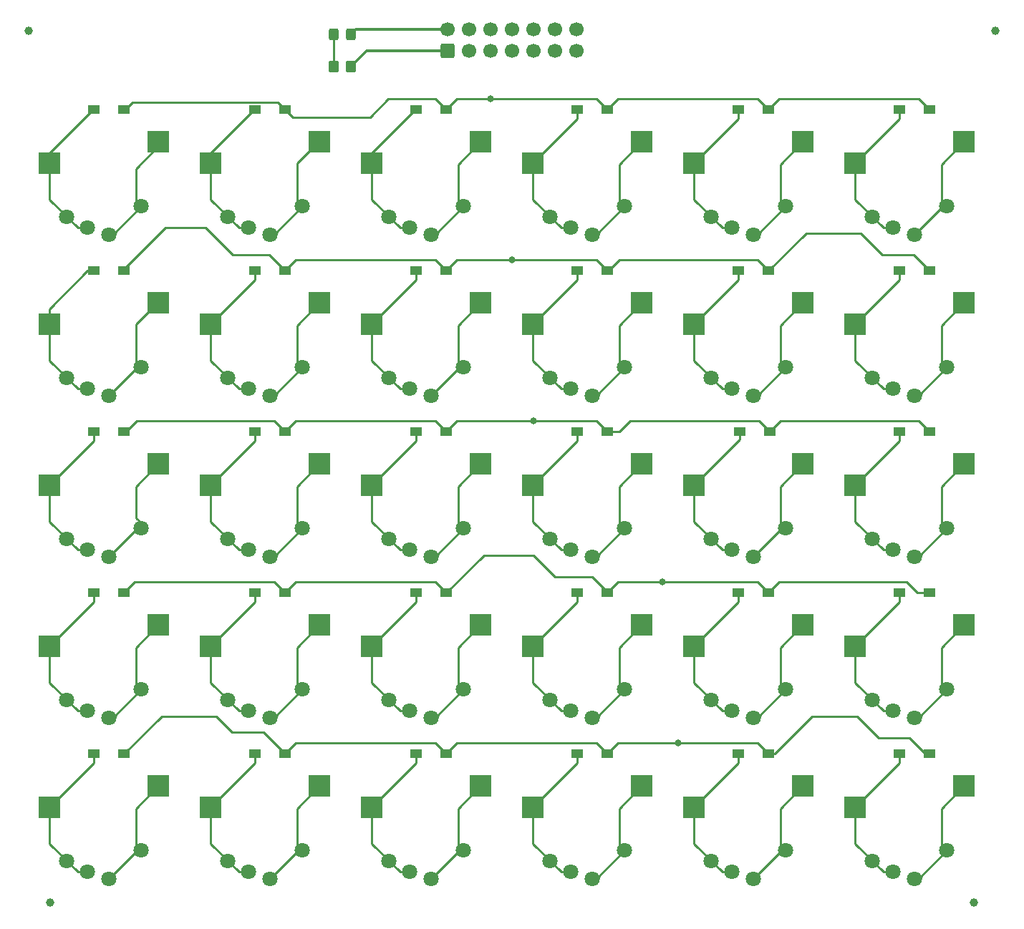
<source format=gbl>
%TF.GenerationSoftware,KiCad,Pcbnew,(6.0.5-0)*%
%TF.CreationDate,2022-06-17T10:29:56+08:00*%
%TF.ProjectId,Pragmatic,50726167-6d61-4746-9963-2e6b69636164,3*%
%TF.SameCoordinates,PX9157080PY3680a30*%
%TF.FileFunction,Copper,L2,Bot*%
%TF.FilePolarity,Positive*%
%FSLAX46Y46*%
G04 Gerber Fmt 4.6, Leading zero omitted, Abs format (unit mm)*
G04 Created by KiCad (PCBNEW (6.0.5-0)) date 2022-06-17 10:29:56*
%MOMM*%
%LPD*%
G01*
G04 APERTURE LIST*
G04 Aperture macros list*
%AMRoundRect*
0 Rectangle with rounded corners*
0 $1 Rounding radius*
0 $2 $3 $4 $5 $6 $7 $8 $9 X,Y pos of 4 corners*
0 Add a 4 corners polygon primitive as box body*
4,1,4,$2,$3,$4,$5,$6,$7,$8,$9,$2,$3,0*
0 Add four circle primitives for the rounded corners*
1,1,$1+$1,$2,$3*
1,1,$1+$1,$4,$5*
1,1,$1+$1,$6,$7*
1,1,$1+$1,$8,$9*
0 Add four rect primitives between the rounded corners*
20,1,$1+$1,$2,$3,$4,$5,0*
20,1,$1+$1,$4,$5,$6,$7,0*
20,1,$1+$1,$6,$7,$8,$9,0*
20,1,$1+$1,$8,$9,$2,$3,0*%
G04 Aperture macros list end*
%TA.AperFunction,ComponentPad*%
%ADD10RoundRect,0.250000X0.600000X-0.600000X0.600000X0.600000X-0.600000X0.600000X-0.600000X-0.600000X0*%
%TD*%
%TA.AperFunction,ComponentPad*%
%ADD11C,1.700000*%
%TD*%
%TA.AperFunction,SMDPad,CuDef*%
%ADD12R,1.400000X1.000000*%
%TD*%
%TA.AperFunction,SMDPad,CuDef*%
%ADD13R,2.550000X2.500000*%
%TD*%
%TA.AperFunction,ComponentPad*%
%ADD14C,1.800000*%
%TD*%
%TA.AperFunction,SMDPad,CuDef*%
%ADD15RoundRect,0.250000X0.325000X0.450000X-0.325000X0.450000X-0.325000X-0.450000X0.325000X-0.450000X0*%
%TD*%
%TA.AperFunction,SMDPad,CuDef*%
%ADD16RoundRect,0.250000X0.350000X0.450000X-0.350000X0.450000X-0.350000X-0.450000X0.350000X-0.450000X0*%
%TD*%
%TA.AperFunction,SMDPad,CuDef*%
%ADD17C,1.000000*%
%TD*%
%TA.AperFunction,ViaPad*%
%ADD18C,0.800000*%
%TD*%
%TA.AperFunction,Conductor*%
%ADD19C,0.250000*%
%TD*%
%TA.AperFunction,Conductor*%
%ADD20C,0.355600*%
%TD*%
G04 APERTURE END LIST*
D10*
%TO.P,J1,1,Pin_1*%
%TO.N,VCC*%
X-55245000Y15875000D03*
D11*
%TO.P,J1,2,Pin_2*%
%TO.N,GND*%
X-55245000Y18415000D03*
%TO.P,J1,3,Pin_3*%
%TO.N,unconnected-(J1-Pad3)*%
X-52705000Y15875000D03*
%TO.P,J1,4,Pin_4*%
%TO.N,Col1*%
X-52705000Y18415000D03*
%TO.P,J1,5,Pin_5*%
%TO.N,Row2*%
X-50165000Y15875000D03*
%TO.P,J1,6,Pin_6*%
%TO.N,Col2*%
X-50165000Y18415000D03*
%TO.P,J1,7,Pin_7*%
%TO.N,Row3*%
X-47625000Y15875000D03*
%TO.P,J1,8,Pin_8*%
%TO.N,Col3*%
X-47625000Y18415000D03*
%TO.P,J1,9,Pin_9*%
%TO.N,Row4*%
X-45085000Y15875000D03*
%TO.P,J1,10,Pin_10*%
%TO.N,Col4*%
X-45085000Y18415000D03*
%TO.P,J1,11,Pin_11*%
%TO.N,Row5*%
X-42545000Y15875000D03*
%TO.P,J1,12,Pin_12*%
%TO.N,Col5*%
X-42545000Y18415000D03*
%TO.P,J1,13,Pin_13*%
%TO.N,Row6*%
X-40005000Y15875000D03*
%TO.P,J1,14,Pin_14*%
%TO.N,Col6*%
X-40005000Y18415000D03*
%TD*%
D12*
%TO.P,D1,1,K*%
%TO.N,Row2*%
X-93475000Y8890000D03*
%TO.P,D1,2,A*%
%TO.N,Net-(D1-Pad2)*%
X-97025000Y8890000D03*
%TD*%
%TO.P,D7,1,K*%
%TO.N,Row3*%
X-93475000Y-10160000D03*
%TO.P,D7,2,A*%
%TO.N,Net-(D7-Pad2)*%
X-97025000Y-10160000D03*
%TD*%
%TO.P,D8,1,K*%
%TO.N,Row3*%
X-74425000Y-10160000D03*
%TO.P,D8,2,A*%
%TO.N,Net-(D8-Pad2)*%
X-77975000Y-10160000D03*
%TD*%
D13*
%TO.P,SW1,1,1*%
%TO.N,Net-(D1-Pad2)*%
X-102335000Y2540000D03*
D14*
X-100250000Y-3800000D03*
X-97790000Y-5080000D03*
%TO.P,SW1,2,2*%
%TO.N,Col1*%
X-95250000Y-5900000D03*
D13*
X-89408000Y5080000D03*
D14*
X-91440000Y-2540000D03*
%TD*%
D13*
%TO.P,SW7,1,1*%
%TO.N,Net-(D7-Pad2)*%
X-102335000Y-16510000D03*
D14*
X-97790000Y-24130000D03*
X-100250000Y-22850000D03*
D13*
%TO.P,SW7,2,2*%
%TO.N,Col1*%
X-89408000Y-13970000D03*
D14*
X-91440000Y-21590000D03*
X-95250000Y-24950000D03*
%TD*%
%TO.P,SW8,1,1*%
%TO.N,Net-(D8-Pad2)*%
X-81200000Y-22850000D03*
D13*
X-83285000Y-16510000D03*
D14*
X-78740000Y-24130000D03*
D13*
%TO.P,SW8,2,2*%
%TO.N,Col2*%
X-70358000Y-13970000D03*
D14*
X-76200000Y-24950000D03*
X-72390000Y-21590000D03*
%TD*%
D12*
%TO.P,D2,1,K*%
%TO.N,Row2*%
X-74425000Y8890000D03*
%TO.P,D2,2,A*%
%TO.N,Net-(D2-Pad2)*%
X-77975000Y8890000D03*
%TD*%
D13*
%TO.P,SW2,1,1*%
%TO.N,Net-(D2-Pad2)*%
X-83285000Y2540000D03*
D14*
X-81200000Y-3800000D03*
X-78740000Y-5080000D03*
%TO.P,SW2,2,2*%
%TO.N,Col2*%
X-72390000Y-2540000D03*
X-76200000Y-5900000D03*
D13*
X-70358000Y5080000D03*
%TD*%
D12*
%TO.P,D3,1,K*%
%TO.N,Row2*%
X-55375000Y8890000D03*
%TO.P,D3,2,A*%
%TO.N,Net-(D3-Pad2)*%
X-58925000Y8890000D03*
%TD*%
%TO.P,D4,1,K*%
%TO.N,Row2*%
X-36325000Y8890000D03*
%TO.P,D4,2,A*%
%TO.N,Net-(D4-Pad2)*%
X-39875000Y8890000D03*
%TD*%
%TO.P,D5,1,K*%
%TO.N,Row2*%
X-17275000Y8890000D03*
%TO.P,D5,2,A*%
%TO.N,Net-(D5-Pad2)*%
X-20825000Y8890000D03*
%TD*%
%TO.P,D6,1,K*%
%TO.N,Row2*%
X1775000Y8890000D03*
%TO.P,D6,2,A*%
%TO.N,Net-(D6-Pad2)*%
X-1775000Y8890000D03*
%TD*%
%TO.P,D9,1,K*%
%TO.N,Row3*%
X-55375000Y-10160000D03*
%TO.P,D9,2,A*%
%TO.N,Net-(D9-Pad2)*%
X-58925000Y-10160000D03*
%TD*%
%TO.P,D10,1,K*%
%TO.N,Row3*%
X-36325000Y-10160000D03*
%TO.P,D10,2,A*%
%TO.N,Net-(D10-Pad2)*%
X-39875000Y-10160000D03*
%TD*%
%TO.P,D11,1,K*%
%TO.N,Row3*%
X-17275000Y-10160000D03*
%TO.P,D11,2,A*%
%TO.N,Net-(D11-Pad2)*%
X-20825000Y-10160000D03*
%TD*%
%TO.P,D12,1,K*%
%TO.N,Row3*%
X1775000Y-10160000D03*
%TO.P,D12,2,A*%
%TO.N,Net-(D12-Pad2)*%
X-1775000Y-10160000D03*
%TD*%
%TO.P,D13,1,K*%
%TO.N,Row4*%
X-93475000Y-29210000D03*
%TO.P,D13,2,A*%
%TO.N,Net-(D13-Pad2)*%
X-97025000Y-29210000D03*
%TD*%
%TO.P,D14,1,K*%
%TO.N,Row4*%
X-74425000Y-29210000D03*
%TO.P,D14,2,A*%
%TO.N,Net-(D14-Pad2)*%
X-77975000Y-29210000D03*
%TD*%
%TO.P,D15,1,K*%
%TO.N,Row4*%
X-55375000Y-29210000D03*
%TO.P,D15,2,A*%
%TO.N,Net-(D15-Pad2)*%
X-58925000Y-29210000D03*
%TD*%
%TO.P,D16,1,K*%
%TO.N,Row4*%
X-36325000Y-29210000D03*
%TO.P,D16,2,A*%
%TO.N,Net-(D16-Pad2)*%
X-39875000Y-29210000D03*
%TD*%
%TO.P,D17,1,K*%
%TO.N,Row4*%
X-17145000Y-29210000D03*
%TO.P,D17,2,A*%
%TO.N,Net-(D17-Pad2)*%
X-20695000Y-29210000D03*
%TD*%
%TO.P,D18,1,K*%
%TO.N,Row4*%
X1775000Y-29210000D03*
%TO.P,D18,2,A*%
%TO.N,Net-(D18-Pad2)*%
X-1775000Y-29210000D03*
%TD*%
%TO.P,D19,1,K*%
%TO.N,Row5*%
X-93475000Y-48260000D03*
%TO.P,D19,2,A*%
%TO.N,Net-(D19-Pad2)*%
X-97025000Y-48260000D03*
%TD*%
%TO.P,D20,1,K*%
%TO.N,Row5*%
X-74425000Y-48260000D03*
%TO.P,D20,2,A*%
%TO.N,Net-(D20-Pad2)*%
X-77975000Y-48260000D03*
%TD*%
%TO.P,D21,1,K*%
%TO.N,Row5*%
X-55375000Y-48260000D03*
%TO.P,D21,2,A*%
%TO.N,Net-(D21-Pad2)*%
X-58925000Y-48260000D03*
%TD*%
%TO.P,D22,1,K*%
%TO.N,Row5*%
X-36325000Y-48260000D03*
%TO.P,D22,2,A*%
%TO.N,Net-(D22-Pad2)*%
X-39875000Y-48260000D03*
%TD*%
%TO.P,D23,1,K*%
%TO.N,Row5*%
X-17275000Y-48260000D03*
%TO.P,D23,2,A*%
%TO.N,Net-(D23-Pad2)*%
X-20825000Y-48260000D03*
%TD*%
%TO.P,D24,1,K*%
%TO.N,Row5*%
X1775000Y-48260000D03*
%TO.P,D24,2,A*%
%TO.N,Net-(D24-Pad2)*%
X-1775000Y-48260000D03*
%TD*%
%TO.P,D25,1,K*%
%TO.N,Row6*%
X-93475000Y-67310000D03*
%TO.P,D25,2,A*%
%TO.N,Net-(D25-Pad2)*%
X-97025000Y-67310000D03*
%TD*%
%TO.P,D26,1,K*%
%TO.N,Row6*%
X-74425000Y-67310000D03*
%TO.P,D26,2,A*%
%TO.N,Net-(D26-Pad2)*%
X-77975000Y-67310000D03*
%TD*%
%TO.P,D27,1,K*%
%TO.N,Row6*%
X-55375000Y-67310000D03*
%TO.P,D27,2,A*%
%TO.N,Net-(D27-Pad2)*%
X-58925000Y-67310000D03*
%TD*%
%TO.P,D28,1,K*%
%TO.N,Row6*%
X-36325000Y-67310000D03*
%TO.P,D28,2,A*%
%TO.N,Net-(D28-Pad2)*%
X-39875000Y-67310000D03*
%TD*%
%TO.P,D29,1,K*%
%TO.N,Row6*%
X-17275000Y-67310000D03*
%TO.P,D29,2,A*%
%TO.N,Net-(D29-Pad2)*%
X-20825000Y-67310000D03*
%TD*%
%TO.P,D30,1,K*%
%TO.N,Row6*%
X1775000Y-67310000D03*
%TO.P,D30,2,A*%
%TO.N,Net-(D30-Pad2)*%
X-1775000Y-67310000D03*
%TD*%
D14*
%TO.P,SW3,1,1*%
%TO.N,Net-(D3-Pad2)*%
X-59690000Y-5080000D03*
X-62150000Y-3800000D03*
D13*
X-64235000Y2540000D03*
D14*
%TO.P,SW3,2,2*%
%TO.N,Col3*%
X-57150000Y-5900000D03*
D13*
X-51308000Y5080000D03*
D14*
X-53340000Y-2540000D03*
%TD*%
D13*
%TO.P,SW4,1,1*%
%TO.N,Net-(D4-Pad2)*%
X-45185000Y2540000D03*
D14*
X-43100000Y-3800000D03*
X-40640000Y-5080000D03*
%TO.P,SW4,2,2*%
%TO.N,Col4*%
X-34290000Y-2540000D03*
X-38100000Y-5900000D03*
D13*
X-32258000Y5080000D03*
%TD*%
D14*
%TO.P,SW5,1,1*%
%TO.N,Net-(D5-Pad2)*%
X-24050000Y-3800000D03*
X-21590000Y-5080000D03*
D13*
X-26135000Y2540000D03*
D14*
%TO.P,SW5,2,2*%
%TO.N,Col5*%
X-15240000Y-2540000D03*
X-19050000Y-5900000D03*
D13*
X-13208000Y5080000D03*
%TD*%
D14*
%TO.P,SW6,1,1*%
%TO.N,Net-(D6-Pad2)*%
X-5000000Y-3800000D03*
X-2540000Y-5080000D03*
D13*
X-7085000Y2540000D03*
D14*
%TO.P,SW6,2,2*%
%TO.N,Col6*%
X0Y-5900000D03*
X3810000Y-2540000D03*
D13*
X5842000Y5080000D03*
%TD*%
%TO.P,SW9,1,1*%
%TO.N,Net-(D9-Pad2)*%
X-64235000Y-16510000D03*
D14*
X-59690000Y-24130000D03*
X-62150000Y-22850000D03*
%TO.P,SW9,2,2*%
%TO.N,Col3*%
X-57150000Y-24950000D03*
X-53340000Y-21590000D03*
D13*
X-51308000Y-13970000D03*
%TD*%
%TO.P,SW10,1,1*%
%TO.N,Net-(D10-Pad2)*%
X-45185000Y-16510000D03*
D14*
X-40640000Y-24130000D03*
X-43100000Y-22850000D03*
D13*
%TO.P,SW10,2,2*%
%TO.N,Col4*%
X-32258000Y-13970000D03*
D14*
X-38100000Y-24950000D03*
X-34290000Y-21590000D03*
%TD*%
D13*
%TO.P,SW11,1,1*%
%TO.N,Net-(D11-Pad2)*%
X-26135000Y-16510000D03*
D14*
X-24050000Y-22850000D03*
X-21590000Y-24130000D03*
D13*
%TO.P,SW11,2,2*%
%TO.N,Col5*%
X-13208000Y-13970000D03*
D14*
X-19050000Y-24950000D03*
X-15240000Y-21590000D03*
%TD*%
D13*
%TO.P,SW12,1,1*%
%TO.N,Net-(D12-Pad2)*%
X-7085000Y-16510000D03*
D14*
X-2540000Y-24130000D03*
X-5000000Y-22850000D03*
D13*
%TO.P,SW12,2,2*%
%TO.N,Col6*%
X5842000Y-13970000D03*
D14*
X3810000Y-21590000D03*
X0Y-24950000D03*
%TD*%
%TO.P,SW13,1,1*%
%TO.N,Net-(D13-Pad2)*%
X-100250000Y-41900000D03*
D13*
X-102335000Y-35560000D03*
D14*
X-97790000Y-43180000D03*
D13*
%TO.P,SW13,2,2*%
%TO.N,Col1*%
X-89408000Y-33020000D03*
D14*
X-95250000Y-44000000D03*
X-91440000Y-40640000D03*
%TD*%
%TO.P,SW14,1,1*%
%TO.N,Net-(D14-Pad2)*%
X-81200000Y-41900000D03*
X-78740000Y-43180000D03*
D13*
X-83285000Y-35560000D03*
D14*
%TO.P,SW14,2,2*%
%TO.N,Col2*%
X-72390000Y-40640000D03*
X-76200000Y-44000000D03*
D13*
X-70358000Y-33020000D03*
%TD*%
D14*
%TO.P,SW15,1,1*%
%TO.N,Net-(D15-Pad2)*%
X-62150000Y-41900000D03*
X-59690000Y-43180000D03*
D13*
X-64235000Y-35560000D03*
D14*
%TO.P,SW15,2,2*%
%TO.N,Col3*%
X-57150000Y-44000000D03*
D13*
X-51308000Y-33020000D03*
D14*
X-53340000Y-40640000D03*
%TD*%
D13*
%TO.P,SW16,1,1*%
%TO.N,Net-(D16-Pad2)*%
X-45185000Y-35560000D03*
D14*
X-40640000Y-43180000D03*
X-43100000Y-41900000D03*
%TO.P,SW16,2,2*%
%TO.N,Col4*%
X-38100000Y-44000000D03*
X-34290000Y-40640000D03*
D13*
X-32258000Y-33020000D03*
%TD*%
D14*
%TO.P,SW17,1,1*%
%TO.N,Net-(D17-Pad2)*%
X-21590000Y-43180000D03*
D13*
X-26135000Y-35560000D03*
D14*
X-24050000Y-41900000D03*
%TO.P,SW17,2,2*%
%TO.N,Col5*%
X-19050000Y-44000000D03*
D13*
X-13208000Y-33020000D03*
D14*
X-15240000Y-40640000D03*
%TD*%
%TO.P,SW18,1,1*%
%TO.N,Net-(D18-Pad2)*%
X-2540000Y-43180000D03*
X-5000000Y-41900000D03*
D13*
X-7085000Y-35560000D03*
%TO.P,SW18,2,2*%
%TO.N,Col6*%
X5842000Y-33020000D03*
D14*
X0Y-44000000D03*
X3810000Y-40640000D03*
%TD*%
%TO.P,SW19,1,1*%
%TO.N,Net-(D19-Pad2)*%
X-97790000Y-62230000D03*
D13*
X-102335000Y-54610000D03*
D14*
X-100250000Y-60950000D03*
D13*
%TO.P,SW19,2,2*%
%TO.N,Col1*%
X-89408000Y-52070000D03*
D14*
X-91440000Y-59690000D03*
X-95250000Y-63050000D03*
%TD*%
%TO.P,SW20,1,1*%
%TO.N,Net-(D20-Pad2)*%
X-81200000Y-60950000D03*
D13*
X-83285000Y-54610000D03*
D14*
X-78740000Y-62230000D03*
D13*
%TO.P,SW20,2,2*%
%TO.N,Col2*%
X-70358000Y-52070000D03*
D14*
X-76200000Y-63050000D03*
X-72390000Y-59690000D03*
%TD*%
D13*
%TO.P,SW21,1,1*%
%TO.N,Net-(D21-Pad2)*%
X-64235000Y-54610000D03*
D14*
X-62150000Y-60950000D03*
X-59690000Y-62230000D03*
%TO.P,SW21,2,2*%
%TO.N,Col3*%
X-53340000Y-59690000D03*
D13*
X-51308000Y-52070000D03*
D14*
X-57150000Y-63050000D03*
%TD*%
D13*
%TO.P,SW22,1,1*%
%TO.N,Net-(D22-Pad2)*%
X-45185000Y-54610000D03*
D14*
X-40640000Y-62230000D03*
X-43100000Y-60950000D03*
%TO.P,SW22,2,2*%
%TO.N,Col4*%
X-38100000Y-63050000D03*
X-34290000Y-59690000D03*
D13*
X-32258000Y-52070000D03*
%TD*%
D14*
%TO.P,SW23,1,1*%
%TO.N,Net-(D23-Pad2)*%
X-21590000Y-62230000D03*
X-24050000Y-60950000D03*
D13*
X-26135000Y-54610000D03*
D14*
%TO.P,SW23,2,2*%
%TO.N,Col5*%
X-15240000Y-59690000D03*
D13*
X-13208000Y-52070000D03*
D14*
X-19050000Y-63050000D03*
%TD*%
%TO.P,SW24,1,1*%
%TO.N,Net-(D24-Pad2)*%
X-2540000Y-62230000D03*
D13*
X-7085000Y-54610000D03*
D14*
X-5000000Y-60950000D03*
%TO.P,SW24,2,2*%
%TO.N,Col6*%
X0Y-63050000D03*
X3810000Y-59690000D03*
D13*
X5842000Y-52070000D03*
%TD*%
D14*
%TO.P,SW25,1,1*%
%TO.N,Net-(D25-Pad2)*%
X-97790000Y-81280000D03*
X-100250000Y-80000000D03*
D13*
X-102335000Y-73660000D03*
%TO.P,SW25,2,2*%
%TO.N,Col1*%
X-89408000Y-71120000D03*
D14*
X-95250000Y-82100000D03*
X-91440000Y-78740000D03*
%TD*%
%TO.P,SW26,1,1*%
%TO.N,Net-(D26-Pad2)*%
X-78740000Y-81280000D03*
X-81200000Y-80000000D03*
D13*
X-83285000Y-73660000D03*
D14*
%TO.P,SW26,2,2*%
%TO.N,Col2*%
X-72390000Y-78740000D03*
D13*
X-70358000Y-71120000D03*
D14*
X-76200000Y-82100000D03*
%TD*%
%TO.P,SW27,1,1*%
%TO.N,Net-(D27-Pad2)*%
X-62150000Y-80000000D03*
X-59690000Y-81280000D03*
D13*
X-64235000Y-73660000D03*
%TO.P,SW27,2,2*%
%TO.N,Col3*%
X-51308000Y-71120000D03*
D14*
X-57150000Y-82100000D03*
X-53340000Y-78740000D03*
%TD*%
%TO.P,SW28,1,1*%
%TO.N,Net-(D28-Pad2)*%
X-43100000Y-80000000D03*
D13*
X-45185000Y-73660000D03*
D14*
X-40640000Y-81280000D03*
%TO.P,SW28,2,2*%
%TO.N,Col4*%
X-38100000Y-82100000D03*
D13*
X-32258000Y-71120000D03*
D14*
X-34290000Y-78740000D03*
%TD*%
D13*
%TO.P,SW29,1,1*%
%TO.N,Net-(D29-Pad2)*%
X-26135000Y-73660000D03*
D14*
X-21590000Y-81280000D03*
X-24050000Y-80000000D03*
D13*
%TO.P,SW29,2,2*%
%TO.N,Col5*%
X-13208000Y-71120000D03*
D14*
X-15240000Y-78740000D03*
X-19050000Y-82100000D03*
%TD*%
%TO.P,SW30,1,1*%
%TO.N,Net-(D30-Pad2)*%
X-5000000Y-80000000D03*
X-2540000Y-81280000D03*
D13*
X-7085000Y-73660000D03*
D14*
%TO.P,SW30,2,2*%
%TO.N,Col6*%
X3810000Y-78740000D03*
D13*
X5842000Y-71120000D03*
D14*
X0Y-82100000D03*
%TD*%
D15*
%TO.P,D37,1,K*%
%TO.N,GND*%
X-66675000Y17780000D03*
%TO.P,D37,2,A*%
%TO.N,Net-(D37-Pad2)*%
X-68725000Y17780000D03*
%TD*%
D16*
%TO.P,R1,1*%
%TO.N,VCC*%
X-66675000Y13970000D03*
%TO.P,R1,2*%
%TO.N,Net-(D37-Pad2)*%
X-68675000Y13970000D03*
%TD*%
D17*
%TO.P,REF\u002A\u002A,*%
%TO.N,*%
X-102235000Y-84915000D03*
%TD*%
%TO.P,REF\u002A\u002A,*%
%TO.N,*%
X9525000Y18240000D03*
%TD*%
%TO.P,REF\u002A\u002A,*%
%TO.N,*%
X-104775000Y18240000D03*
%TD*%
%TO.P,REF\u002A\u002A,*%
%TO.N,*%
X6985000Y-84915000D03*
%TD*%
D18*
%TO.N,Row2*%
X-50165000Y10160000D03*
%TO.N,Row3*%
X-47625000Y-8890000D03*
%TO.N,Row4*%
X-45085000Y-27940000D03*
%TO.N,Row5*%
X-29845000Y-46990000D03*
%TO.N,Row6*%
X-27940000Y-66040000D03*
%TD*%
D19*
%TO.N,Net-(D1-Pad2)*%
X-102335000Y2540000D02*
X-102335000Y-1715000D01*
X-97155000Y8890000D02*
X-102335000Y3710000D01*
X-102335000Y-1715000D02*
X-98970000Y-5080000D01*
X-102335000Y3710000D02*
X-102335000Y2540000D01*
X-98970000Y-5080000D02*
X-97790000Y-5080000D01*
%TO.N,Net-(D2-Pad2)*%
X-83285000Y3710000D02*
X-83285000Y2540000D01*
X-79920000Y-5080000D02*
X-78740000Y-5080000D01*
X-83285000Y2540000D02*
X-83285000Y-1715000D01*
X-78105000Y8890000D02*
X-83285000Y3710000D01*
X-83285000Y-1715000D02*
X-79920000Y-5080000D01*
%TO.N,Col1*%
X-92075000Y-54737000D02*
X-92075000Y-59055000D01*
X-92075000Y1905000D02*
X-92075000Y-1905000D01*
X-89408000Y-33020000D02*
X-92075000Y-35687000D01*
X-91440000Y-2540000D02*
X-94800000Y-5900000D01*
X-91890000Y-40640000D02*
X-95250000Y-44000000D01*
X-89408000Y-52070000D02*
X-92075000Y-54737000D01*
X-91890000Y-78740000D02*
X-95250000Y-82100000D01*
X-91890000Y-21590000D02*
X-95250000Y-24950000D01*
X-91440000Y-21590000D02*
X-92075000Y-20955000D01*
X-92075000Y-73787000D02*
X-92075000Y-78105000D01*
X-92075000Y-59055000D02*
X-91440000Y-59690000D01*
X-92075000Y-16510000D02*
X-89535000Y-13970000D01*
X-91440000Y-59690000D02*
X-94800000Y-63050000D01*
X-89154000Y4826000D02*
X-92075000Y1905000D01*
X-89408000Y-71120000D02*
X-92075000Y-73787000D01*
X-92075000Y-20955000D02*
X-92075000Y-16510000D01*
X-92075000Y-35687000D02*
X-92075000Y-39401843D01*
X-92075000Y-1905000D02*
X-91440000Y-2540000D01*
X-92075000Y-78105000D02*
X-91440000Y-78740000D01*
X-92075000Y-39401843D02*
X-90836843Y-40640000D01*
%TO.N,Net-(D7-Pad2)*%
X-102335000Y-16510000D02*
X-102335000Y-20765000D01*
X-97790000Y-10160000D02*
X-102335000Y-14705000D01*
X-97025000Y-10160000D02*
X-97790000Y-10160000D01*
X-98970000Y-24130000D02*
X-97790000Y-24130000D01*
X-102335000Y-14705000D02*
X-102335000Y-16510000D01*
X-102335000Y-20765000D02*
X-98970000Y-24130000D01*
%TO.N,Row2*%
X-18545000Y10160000D02*
X-17275000Y8890000D01*
X-36325000Y8890000D02*
X-35055000Y10160000D01*
X-54105000Y10160000D02*
X-50165000Y10160000D01*
X-16005000Y10160000D02*
X-17275000Y8890000D01*
X1775000Y8890000D02*
X505000Y10160000D01*
X-73546489Y8011489D02*
X-64378511Y8011489D01*
X-37595000Y10160000D02*
X-50165000Y10160000D01*
X-64378511Y8011489D02*
X-62230000Y10160000D01*
X505000Y10160000D02*
X-16005000Y10160000D01*
X-92466489Y9768511D02*
X-75303511Y9768511D01*
X-55375000Y8890000D02*
X-54105000Y10160000D01*
X-36325000Y8890000D02*
X-37595000Y10160000D01*
X-75303511Y9768511D02*
X-74425000Y8890000D01*
X-93345000Y8890000D02*
X-92466489Y9768511D01*
X-56645000Y10160000D02*
X-55375000Y8890000D01*
X-62230000Y10160000D02*
X-56645000Y10160000D01*
X-74425000Y8890000D02*
X-73546489Y8011489D01*
X-35055000Y10160000D02*
X-18545000Y10160000D01*
%TO.N,Net-(D8-Pad2)*%
X-77975000Y-10160000D02*
X-77975000Y-11200000D01*
X-83285000Y-16510000D02*
X-83285000Y-20765000D01*
X-77975000Y-11200000D02*
X-83285000Y-16510000D01*
X-83285000Y-20765000D02*
X-79920000Y-24130000D01*
X-79920000Y-24130000D02*
X-78740000Y-24130000D01*
D20*
%TO.N,VCC*%
X-66675000Y13970000D02*
X-64770000Y15875000D01*
X-64770000Y15875000D02*
X-55245000Y15875000D01*
D19*
%TO.N,Col3*%
X-53975000Y2413000D02*
X-53975000Y-1905000D01*
X-53975000Y-20955000D02*
X-53340000Y-21590000D01*
X-53975000Y-59055000D02*
X-53340000Y-59690000D01*
X-53975000Y-35687000D02*
X-53975000Y-40005000D01*
X-53340000Y-40640000D02*
X-56700000Y-44000000D01*
X-53975000Y-40005000D02*
X-53340000Y-40640000D01*
X-51308000Y-71120000D02*
X-53975000Y-73787000D01*
X-51308000Y5080000D02*
X-53975000Y2413000D01*
X-53975000Y-78105000D02*
X-53340000Y-78740000D01*
X-53790000Y-21590000D02*
X-57150000Y-24950000D01*
X-53340000Y-2540000D02*
X-56700000Y-5900000D01*
X-51308000Y-52070000D02*
X-53975000Y-54737000D01*
X-53975000Y-54737000D02*
X-53975000Y-59055000D01*
X-53790000Y-78740000D02*
X-57150000Y-82100000D01*
X-51308000Y-13970000D02*
X-53975000Y-16637000D01*
X-53975000Y-73787000D02*
X-53975000Y-78105000D01*
X-53975000Y-16637000D02*
X-53975000Y-20955000D01*
X-53975000Y-1905000D02*
X-53340000Y-2540000D01*
X-53340000Y-59690000D02*
X-56700000Y-63050000D01*
X-51308000Y-33020000D02*
X-53975000Y-35687000D01*
%TO.N,Col2*%
X-73025000Y-40005000D02*
X-72390000Y-40640000D01*
X-72390000Y-21590000D02*
X-75750000Y-24950000D01*
X-73025000Y-78105000D02*
X-72390000Y-78740000D01*
X-73025000Y-16637000D02*
X-73025000Y-20955000D01*
X-72840000Y-78740000D02*
X-76200000Y-82100000D01*
X-70485000Y5080000D02*
X-73025000Y2540000D01*
X-73025000Y2540000D02*
X-73025000Y-1905000D01*
X-72390000Y-2540000D02*
X-75750000Y-5900000D01*
X-72390000Y-59690000D02*
X-75750000Y-63050000D01*
X-70358000Y-52070000D02*
X-73025000Y-54737000D01*
X-70358000Y-71120000D02*
X-73025000Y-73787000D01*
X-73025000Y-20955000D02*
X-72390000Y-21590000D01*
X-73025000Y-35687000D02*
X-73025000Y-40005000D01*
X-72390000Y-40640000D02*
X-75750000Y-44000000D01*
X-73025000Y-1905000D02*
X-72390000Y-2540000D01*
X-70358000Y-13970000D02*
X-73025000Y-16637000D01*
X-73025000Y-59055000D02*
X-72390000Y-59690000D01*
X-70358000Y-33020000D02*
X-73025000Y-35687000D01*
X-73025000Y-73787000D02*
X-73025000Y-78105000D01*
X-73025000Y-54737000D02*
X-73025000Y-59055000D01*
%TO.N,Row3*%
X-88582500Y-5080000D02*
X-83820000Y-5080000D01*
X-74425000Y-10160000D02*
X-73155000Y-8890000D01*
X-73155000Y-8890000D02*
X-56645000Y-8890000D01*
X-6350000Y-5715000D02*
X-12830000Y-5715000D01*
X-130000Y-8255000D02*
X-3810000Y-8255000D01*
X-56645000Y-8890000D02*
X-55375000Y-10160000D01*
X-55375000Y-10160000D02*
X-54105000Y-8890000D01*
X-54105000Y-8890000D02*
X-47625000Y-8890000D01*
X-36325000Y-10160000D02*
X-37595000Y-8890000D01*
X-80645000Y-8255000D02*
X-76330000Y-8255000D01*
X-3810000Y-8255000D02*
X-6350000Y-5715000D01*
X-37595000Y-8890000D02*
X-47625000Y-8890000D01*
X-12830000Y-5715000D02*
X-17275000Y-10160000D01*
X-83820000Y-5080000D02*
X-80645000Y-8255000D01*
X-34925000Y-8890000D02*
X-18545000Y-8890000D01*
X-36195000Y-10160000D02*
X-34925000Y-8890000D01*
X1775000Y-10160000D02*
X-130000Y-8255000D01*
X-18545000Y-8890000D02*
X-17275000Y-10160000D01*
X-36325000Y-10160000D02*
X-36195000Y-10160000D01*
X-93475000Y-9972500D02*
X-88582500Y-5080000D01*
X-76330000Y-8255000D02*
X-74425000Y-10160000D01*
D20*
%TO.N,GND*%
X-66040000Y18415000D02*
X-66675000Y17780000D01*
X-55245000Y18415000D02*
X-66040000Y18415000D01*
D19*
%TO.N,Row4*%
X-36325000Y-29210000D02*
X-34925000Y-29210000D01*
X-36325000Y-29210000D02*
X-37595000Y-27940000D01*
X-92005000Y-27940000D02*
X-75695000Y-27940000D01*
X505000Y-27940000D02*
X1775000Y-29210000D01*
X-33655000Y-27940000D02*
X-18415000Y-27940000D01*
X-54105000Y-27940000D02*
X-45085000Y-27940000D01*
X-93275000Y-29210000D02*
X-92005000Y-27940000D01*
X-56645000Y-27940000D02*
X-73155000Y-27940000D01*
X-75695000Y-27940000D02*
X-74425000Y-29210000D01*
X-17145000Y-29210000D02*
X-15875000Y-27940000D01*
X-55375000Y-29210000D02*
X-54105000Y-27940000D01*
X-55375000Y-29210000D02*
X-56645000Y-27940000D01*
X-18415000Y-27940000D02*
X-17145000Y-29210000D01*
X-15875000Y-27940000D02*
X505000Y-27940000D01*
X-73155000Y-27940000D02*
X-74425000Y-29210000D01*
X-37595000Y-27940000D02*
X-45085000Y-27940000D01*
X-34925000Y-29210000D02*
X-33655000Y-27940000D01*
%TO.N,Row5*%
X-17275000Y-48260000D02*
X-18545000Y-46990000D01*
X-74425000Y-48260000D02*
X-75695000Y-46990000D01*
X-18545000Y-46990000D02*
X-29845000Y-46990000D01*
X-38100000Y-46355000D02*
X-42545000Y-46355000D01*
X-929521Y-46990000D02*
X-16005000Y-46990000D01*
X-92205000Y-46990000D02*
X-93475000Y-48260000D01*
X-50930000Y-43815000D02*
X-55375000Y-48260000D01*
X-45085000Y-43815000D02*
X-50930000Y-43815000D01*
X-75695000Y-46990000D02*
X-92205000Y-46990000D01*
X1775000Y-48260000D02*
X340479Y-48260000D01*
X-35055000Y-46990000D02*
X-29845000Y-46990000D01*
X-16005000Y-46990000D02*
X-17275000Y-48260000D01*
X-55375000Y-48260000D02*
X-56645000Y-46990000D01*
X340479Y-48260000D02*
X-929521Y-46990000D01*
X-56645000Y-46990000D02*
X-73155000Y-46990000D01*
X-42545000Y-46355000D02*
X-45085000Y-43815000D01*
X-36325000Y-48130000D02*
X-38100000Y-46355000D01*
X-73155000Y-46990000D02*
X-74425000Y-48260000D01*
X-36325000Y-48260000D02*
X-35055000Y-46990000D01*
%TO.N,Row6*%
X-37595000Y-66040000D02*
X-54105000Y-66040000D01*
X-80718631Y-64770000D02*
X-82623631Y-62865000D01*
X1270000Y-67310000D02*
X-635000Y-65405000D01*
X-55375000Y-67310000D02*
X-56645000Y-66040000D01*
X-35055000Y-66040000D02*
X-27940000Y-66040000D01*
X-12130000Y-62865000D02*
X-16575000Y-67310000D01*
X-56645000Y-66040000D02*
X-73155000Y-66040000D01*
X-6814760Y-62865000D02*
X-12130000Y-62865000D01*
X-18545000Y-66040000D02*
X-27940000Y-66040000D01*
X-4274760Y-65405000D02*
X-6814760Y-62865000D01*
X-54105000Y-66040000D02*
X-55375000Y-67310000D01*
X-17275000Y-67310000D02*
X-18545000Y-66040000D01*
X-36325000Y-67310000D02*
X-35055000Y-66040000D01*
X-82623631Y-62865000D02*
X-89030000Y-62865000D01*
X-89030000Y-62865000D02*
X-93475000Y-67310000D01*
X-73155000Y-66040000D02*
X-74425000Y-67310000D01*
X-76965000Y-64770000D02*
X-80718631Y-64770000D01*
X-74425000Y-67310000D02*
X-76965000Y-64770000D01*
X-16575000Y-67310000D02*
X-17275000Y-67310000D01*
X-635000Y-65405000D02*
X-4274760Y-65405000D01*
X-36325000Y-67310000D02*
X-37595000Y-66040000D01*
%TO.N,Col6*%
X3175000Y-73787000D02*
X3175000Y-78105000D01*
X3810000Y-78740000D02*
X450000Y-82100000D01*
X3175000Y-1905000D02*
X3810000Y-2540000D01*
X3175000Y-78105000D02*
X3810000Y-78740000D01*
X3175000Y-59055000D02*
X3810000Y-59690000D01*
X3175000Y-16637000D02*
X3175000Y-20955000D01*
X3175000Y-40005000D02*
X3810000Y-40640000D01*
X3810000Y-21590000D02*
X450000Y-24950000D01*
X5842000Y5080000D02*
X3175000Y2413000D01*
X3175000Y-20955000D02*
X3810000Y-21590000D01*
X5842000Y-13970000D02*
X3175000Y-16637000D01*
X5842000Y-71120000D02*
X3175000Y-73787000D01*
X3175000Y2413000D02*
X3175000Y-1905000D01*
X5842000Y-33020000D02*
X3175000Y-35687000D01*
X3810000Y-40640000D02*
X450000Y-44000000D01*
X3810000Y-59690000D02*
X450000Y-63050000D01*
X3360000Y-2540000D02*
X0Y-5900000D01*
X3175000Y-54737000D02*
X3175000Y-59055000D01*
X3175000Y-35687000D02*
X3175000Y-40005000D01*
X5842000Y-52070000D02*
X3175000Y-54737000D01*
%TO.N,Col5*%
X-13208000Y-33020000D02*
X-15875000Y-35687000D01*
X-15875000Y-35687000D02*
X-15875000Y-40005000D01*
X-15875000Y2413000D02*
X-15875000Y-1905000D01*
X-15875000Y-40005000D02*
X-15240000Y-40640000D01*
X-13208000Y5080000D02*
X-15875000Y2413000D01*
X-15875000Y-20955000D02*
X-15240000Y-21590000D01*
X-13208000Y-71120000D02*
X-15875000Y-73787000D01*
X-13208000Y-13970000D02*
X-15875000Y-16637000D01*
X-15875000Y-59055000D02*
X-15240000Y-59690000D01*
X-15690000Y-40640000D02*
X-19050000Y-44000000D01*
X-15875000Y-1905000D02*
X-15240000Y-2540000D01*
X-15240000Y-21590000D02*
X-18600000Y-24950000D01*
X-15690000Y-78740000D02*
X-19050000Y-82100000D01*
X-15875000Y-78105000D02*
X-15240000Y-78740000D01*
X-13208000Y-52070000D02*
X-15875000Y-54737000D01*
X-15875000Y-73787000D02*
X-15875000Y-78105000D01*
X-15875000Y-16637000D02*
X-15875000Y-20955000D01*
X-15875000Y-54737000D02*
X-15875000Y-59055000D01*
X-15240000Y-59690000D02*
X-18600000Y-63050000D01*
X-15240000Y-2540000D02*
X-18600000Y-5900000D01*
%TO.N,Col4*%
X-34925000Y-40005000D02*
X-34925000Y-35687000D01*
X-34925000Y-73787000D02*
X-34925000Y-78105000D01*
X-34925000Y-78105000D02*
X-34290000Y-78740000D01*
X-32258000Y-52070000D02*
X-34925000Y-54737000D01*
X-34925000Y2413000D02*
X-34925000Y-1905000D01*
X-34925000Y-59055000D02*
X-34290000Y-59690000D01*
X-34925000Y-1905000D02*
X-34290000Y-2540000D01*
X-34290000Y-78740000D02*
X-37650000Y-82100000D01*
X-34925000Y-20955000D02*
X-34290000Y-21590000D01*
X-34290000Y-40640000D02*
X-34925000Y-40005000D01*
X-34925000Y-16637000D02*
X-34925000Y-20955000D01*
X-34290000Y-21590000D02*
X-37650000Y-24950000D01*
X-32258000Y-13970000D02*
X-34925000Y-16637000D01*
X-32258000Y5080000D02*
X-34925000Y2413000D01*
X-34925000Y-35687000D02*
X-32258000Y-33020000D01*
X-34290000Y-2540000D02*
X-37650000Y-5900000D01*
X-32258000Y-71120000D02*
X-34925000Y-73787000D01*
X-34925000Y-54737000D02*
X-34925000Y-59055000D01*
X-34290000Y-40640000D02*
X-37650000Y-44000000D01*
X-34290000Y-59690000D02*
X-37650000Y-63050000D01*
%TO.N,Net-(D37-Pad2)*%
X-68675000Y17730000D02*
X-68675000Y13970000D01*
%TO.N,Net-(D3-Pad2)*%
X-64235000Y-1715000D02*
X-60870000Y-5080000D01*
X-64235000Y2540000D02*
X-64235000Y-1715000D01*
X-60870000Y-5080000D02*
X-59690000Y-5080000D01*
X-59055000Y8890000D02*
X-64235000Y3710000D01*
X-64235000Y3710000D02*
X-64235000Y2540000D01*
%TO.N,Net-(D4-Pad2)*%
X-45185000Y-1715000D02*
X-41820000Y-5080000D01*
X-45185000Y2540000D02*
X-45185000Y-1715000D01*
X-39875000Y8890000D02*
X-39875000Y7850000D01*
X-39875000Y7850000D02*
X-45185000Y2540000D01*
X-41820000Y-5080000D02*
X-40640000Y-5080000D01*
%TO.N,Net-(D5-Pad2)*%
X-26135000Y-1715000D02*
X-22770000Y-5080000D01*
X-20825000Y8890000D02*
X-20825000Y7850000D01*
X-20825000Y7850000D02*
X-26135000Y2540000D01*
X-26135000Y2540000D02*
X-26135000Y-1715000D01*
X-22770000Y-5080000D02*
X-21590000Y-5080000D01*
%TO.N,Net-(D6-Pad2)*%
X-1775000Y7850000D02*
X-7085000Y2540000D01*
X-1775000Y8890000D02*
X-1775000Y7850000D01*
X-7085000Y2540000D02*
X-7085000Y-1715000D01*
X-3720000Y-5080000D02*
X-2540000Y-5080000D01*
X-7085000Y-1715000D02*
X-3720000Y-5080000D01*
%TO.N,Net-(D9-Pad2)*%
X-60870000Y-24130000D02*
X-59690000Y-24130000D01*
X-64235000Y-20765000D02*
X-60870000Y-24130000D01*
X-58925000Y-11200000D02*
X-64235000Y-16510000D01*
X-64235000Y-16510000D02*
X-64235000Y-20765000D01*
X-58925000Y-10160000D02*
X-58925000Y-11200000D01*
%TO.N,Net-(D10-Pad2)*%
X-41820000Y-24130000D02*
X-40640000Y-24130000D01*
X-45185000Y-20765000D02*
X-41820000Y-24130000D01*
X-39875000Y-11200000D02*
X-45185000Y-16510000D01*
X-45185000Y-16510000D02*
X-45185000Y-20765000D01*
X-39875000Y-10160000D02*
X-39875000Y-11200000D01*
%TO.N,Net-(D11-Pad2)*%
X-26135000Y-20765000D02*
X-22770000Y-24130000D01*
X-20825000Y-11200000D02*
X-26135000Y-16510000D01*
X-26135000Y-16510000D02*
X-26135000Y-20765000D01*
X-20825000Y-10160000D02*
X-20825000Y-11200000D01*
X-22770000Y-24130000D02*
X-21590000Y-24130000D01*
%TO.N,Net-(D12-Pad2)*%
X-3720000Y-24130000D02*
X-2540000Y-24130000D01*
X-1775000Y-10160000D02*
X-1775000Y-11200000D01*
X-1775000Y-11200000D02*
X-7085000Y-16510000D01*
X-7085000Y-16510000D02*
X-7085000Y-20765000D01*
X-7085000Y-20765000D02*
X-3720000Y-24130000D01*
%TO.N,Net-(D13-Pad2)*%
X-102335000Y-35560000D02*
X-102335000Y-39815000D01*
X-97025000Y-30250000D02*
X-102335000Y-35560000D01*
X-98970000Y-43180000D02*
X-97790000Y-43180000D01*
X-102335000Y-39815000D02*
X-98970000Y-43180000D01*
X-97025000Y-29210000D02*
X-97025000Y-30250000D01*
%TO.N,Net-(D14-Pad2)*%
X-77975000Y-30250000D02*
X-83285000Y-35560000D01*
X-77975000Y-29210000D02*
X-77975000Y-30250000D01*
X-83285000Y-35560000D02*
X-83285000Y-39815000D01*
X-79920000Y-43180000D02*
X-78740000Y-43180000D01*
X-83285000Y-39815000D02*
X-79920000Y-43180000D01*
%TO.N,Net-(D15-Pad2)*%
X-64235000Y-35560000D02*
X-64235000Y-39815000D01*
X-58925000Y-30250000D02*
X-64235000Y-35560000D01*
X-64235000Y-39815000D02*
X-60870000Y-43180000D01*
X-60870000Y-43180000D02*
X-59690000Y-43180000D01*
X-58925000Y-29210000D02*
X-58925000Y-30250000D01*
%TO.N,Net-(D16-Pad2)*%
X-45185000Y-35560000D02*
X-45185000Y-39815000D01*
X-39875000Y-29210000D02*
X-39875000Y-30250000D01*
X-41820000Y-43180000D02*
X-40640000Y-43180000D01*
X-39875000Y-30250000D02*
X-45185000Y-35560000D01*
X-45185000Y-39815000D02*
X-41820000Y-43180000D01*
%TO.N,Net-(D17-Pad2)*%
X-20695000Y-30120000D02*
X-20695000Y-29210000D01*
X-26135000Y-35560000D02*
X-26135000Y-39815000D01*
X-22770000Y-43180000D02*
X-21590000Y-43180000D01*
X-26135000Y-39815000D02*
X-22770000Y-43180000D01*
X-26135000Y-35560000D02*
X-20695000Y-30120000D01*
%TO.N,Net-(D18-Pad2)*%
X-1775000Y-29210000D02*
X-1775000Y-30250000D01*
X-7085000Y-39815000D02*
X-3720000Y-43180000D01*
X-3720000Y-43180000D02*
X-2540000Y-43180000D01*
X-7085000Y-35560000D02*
X-7085000Y-39815000D01*
X-1775000Y-30250000D02*
X-7085000Y-35560000D01*
%TO.N,Net-(D19-Pad2)*%
X-97025000Y-49300000D02*
X-102335000Y-54610000D01*
X-102335000Y-58865000D02*
X-98970000Y-62230000D01*
X-97025000Y-48260000D02*
X-97025000Y-49300000D01*
X-102335000Y-54610000D02*
X-102335000Y-58865000D01*
X-98970000Y-62230000D02*
X-97790000Y-62230000D01*
%TO.N,Net-(D20-Pad2)*%
X-77975000Y-48260000D02*
X-77975000Y-49300000D01*
X-79920000Y-62230000D02*
X-78740000Y-62230000D01*
X-83285000Y-58865000D02*
X-79920000Y-62230000D01*
X-77975000Y-49300000D02*
X-83285000Y-54610000D01*
X-83285000Y-54610000D02*
X-83285000Y-58865000D01*
%TO.N,Net-(D21-Pad2)*%
X-64235000Y-58865000D02*
X-60870000Y-62230000D01*
X-60870000Y-62230000D02*
X-59690000Y-62230000D01*
X-64235000Y-54610000D02*
X-64235000Y-58865000D01*
X-58925000Y-49300000D02*
X-64235000Y-54610000D01*
X-58925000Y-48260000D02*
X-58925000Y-49300000D01*
%TO.N,Net-(D22-Pad2)*%
X-39875000Y-48260000D02*
X-39875000Y-49300000D01*
X-45185000Y-54610000D02*
X-45185000Y-58865000D01*
X-41820000Y-62230000D02*
X-40640000Y-62230000D01*
X-39875000Y-49300000D02*
X-45185000Y-54610000D01*
X-45185000Y-58865000D02*
X-41820000Y-62230000D01*
%TO.N,Net-(D23-Pad2)*%
X-20825000Y-49300000D02*
X-26135000Y-54610000D01*
X-20825000Y-48260000D02*
X-20825000Y-49300000D01*
X-26135000Y-54610000D02*
X-26135000Y-58865000D01*
X-26135000Y-58865000D02*
X-22770000Y-62230000D01*
X-22770000Y-62230000D02*
X-21590000Y-62230000D01*
%TO.N,Net-(D24-Pad2)*%
X-3720000Y-62230000D02*
X-2540000Y-62230000D01*
X-7085000Y-58865000D02*
X-3720000Y-62230000D01*
X-1775000Y-48260000D02*
X-1775000Y-49300000D01*
X-7085000Y-54610000D02*
X-7085000Y-58865000D01*
X-1775000Y-49300000D02*
X-7085000Y-54610000D01*
%TO.N,Net-(D25-Pad2)*%
X-97025000Y-68350000D02*
X-102335000Y-73660000D01*
X-98970000Y-81280000D02*
X-97790000Y-81280000D01*
X-102335000Y-73660000D02*
X-102335000Y-77915000D01*
X-97025000Y-67310000D02*
X-97025000Y-68350000D01*
X-102335000Y-77915000D02*
X-98970000Y-81280000D01*
%TO.N,Net-(D26-Pad2)*%
X-77975000Y-68350000D02*
X-83285000Y-73660000D01*
X-79920000Y-81280000D02*
X-78740000Y-81280000D01*
X-83285000Y-73660000D02*
X-83285000Y-77915000D01*
X-77975000Y-67310000D02*
X-77975000Y-68350000D01*
X-83285000Y-77915000D02*
X-79920000Y-81280000D01*
%TO.N,Net-(D27-Pad2)*%
X-64235000Y-73660000D02*
X-64235000Y-77915000D01*
X-58925000Y-67310000D02*
X-58925000Y-68350000D01*
X-64235000Y-77915000D02*
X-60870000Y-81280000D01*
X-58925000Y-68350000D02*
X-64235000Y-73660000D01*
X-60870000Y-81280000D02*
X-59690000Y-81280000D01*
%TO.N,Net-(D28-Pad2)*%
X-39875000Y-68350000D02*
X-45185000Y-73660000D01*
X-41820000Y-81280000D02*
X-40640000Y-81280000D01*
X-45185000Y-77915000D02*
X-41820000Y-81280000D01*
X-39875000Y-67310000D02*
X-39875000Y-68350000D01*
X-45185000Y-73660000D02*
X-45185000Y-77915000D01*
%TO.N,Net-(D29-Pad2)*%
X-26135000Y-73660000D02*
X-26135000Y-77915000D01*
X-20825000Y-67310000D02*
X-20825000Y-68350000D01*
X-20825000Y-68350000D02*
X-26135000Y-73660000D01*
X-22770000Y-81280000D02*
X-21590000Y-81280000D01*
X-26135000Y-77915000D02*
X-22770000Y-81280000D01*
%TO.N,Net-(D30-Pad2)*%
X-7085000Y-77915000D02*
X-3720000Y-81280000D01*
X-1775000Y-67310000D02*
X-1775000Y-68350000D01*
X-7085000Y-73660000D02*
X-7085000Y-77915000D01*
X-1775000Y-68350000D02*
X-7085000Y-73660000D01*
X-3720000Y-81280000D02*
X-2540000Y-81280000D01*
%TD*%
M02*

</source>
